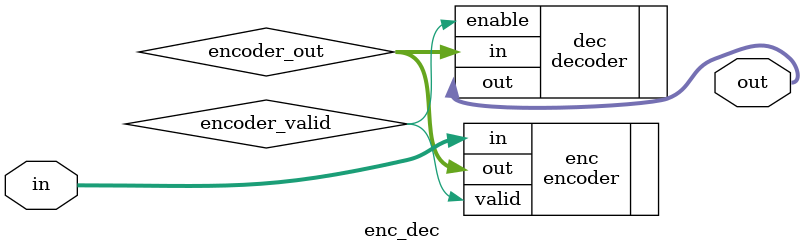
<source format=v>
`timescale 1ns / 1ps


module enc_dec(
    input [7:0] in,
    output [7:0] out
);

wire [2:0] encoder_out;
wire encoder_valid;

encoder enc(.in(in), .valid(encoder_valid), .out(encoder_out));
decoder dec(.in(encoder_out), .enable(encoder_valid), .out(out));

endmodule

</source>
